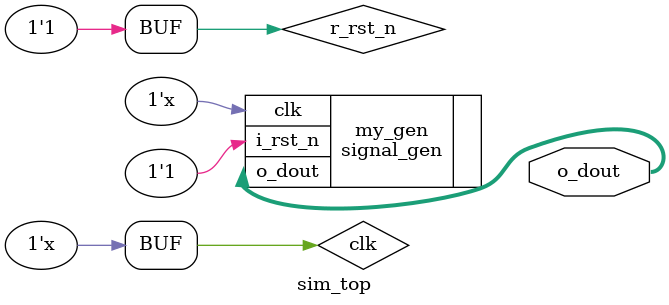
<source format=sv>
`timescale 1ns / 1ps


module sim_top(
    output [15:0] o_dout
    );
    
  reg clk = 0;
  always #10 clk = ~clk;
  
  reg r_rst_n = 1; 
    
    
  // Signal generator
  signal_gen my_gen(
    .clk(clk),
    .o_dout(o_dout),
    .i_rst_n(r_rst_n)
    );
endmodule

</source>
